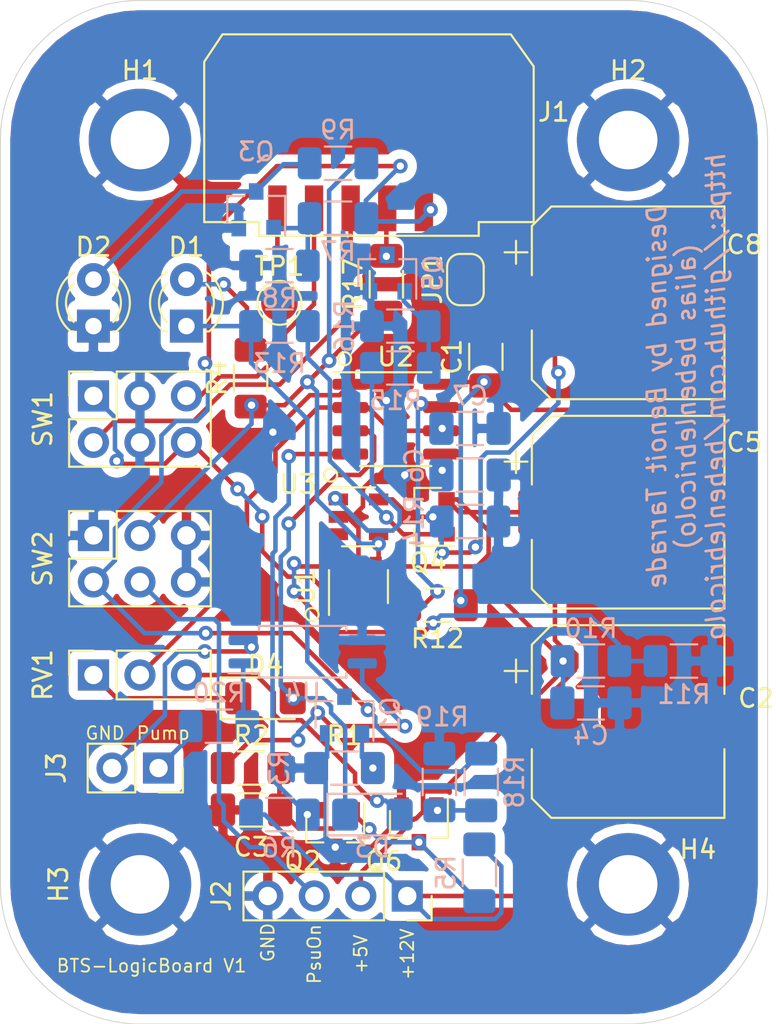
<source format=kicad_pcb>
(kicad_pcb (version 20171130) (host pcbnew 5.1.10)
  (layers (0 F.Cu signal) (31 B.Cu signal) (34 B.Paste user) (35 F.Paste user) (36 B.SilkS user) (37 F.SilkS user) (38 B.Mask user) (39 F.Mask user) (44 Edge.Cuts user))
  (net 0 "")
  (net 1 GND)
  (net 2 +12V)
  (net 3 +5V)
  (net 4 "Net-(C6-Pad1)")
  (net 5 /Threshold)
  (net 6 "Net-(D1-Pad2)")
  (net 7 "Net-(D2-Pad2)")
  (net 8 "Net-(D3-Pad2)")
  (net 9 "Net-(D3-Pad1)")
  (net 10 "Net-(D4-Pad1)")
  (net 11 /HIP_HEN)
  (net 12 /HIP_DISABLE)
  (net 13 /FAN_TRIGGER)
  (net 14 /IN+)
  (net 15 /IN-)
  (net 16 /VSense)
  (net 17 /PSU_ON)
  (net 18 "Net-(Q1-Pad1)")
  (net 19 "Net-(Q3-Pad1)")
  (net 20 "Net-(Q4-Pad1)")
  (net 21 "Net-(Q5-Pad1)")
  (net 22 /2.5V)
  (net 23 /NE-Out)
  (net 24 /Inv_Fan_trigger)
  (net 25 /COMP-Out)
  (net 26 "Net-(C8-Pad1)")
  (net 27 /PWM_Enable)
  (net 28 /PWM_Enabled_INV)
  (net 29 /Pump-On)
  (net 30 "Net-(Q2-Pad2)")
  (net 31 "Net-(Q6-Pad1)")
  (net 32 "Net-(R2-Pad2)")
  (net 33 "Net-(R20-Pad1)")
  (net 34 GND1)
  (module Package_SO:SOIC-4_4.55x2.6mm_P1.27mm (layer B.Cu) (at 128.27 101.6)
    (fp_text reference U4 (at 0 2.25) (layer B.SilkS) (effects (justify mirror)))
    (fp_text value TLP291)
    (pad 4 smd roundrect (at 3.25 0.635) (size 1.6 0.55) (layers B.Cu B.Paste B.Mask) (net 32 "Net-(R2-Pad2)"))
    (pad 3 smd roundrect (at 3.25 -0.635) (size 1.6 0.55) (layers B.Cu B.Paste B.Mask) (net 1 GND))
    (pad 2 smd roundrect (at -3.25 -0.635) (size 1.6 0.55) (layers B.Cu B.Paste B.Mask) (net 34 GND1))
    (pad 1 smd roundrect (at -3.25 0.635) (size 1.6 0.55) (layers B.Cu B.Paste B.Mask) (net 33 "Net-(R20-Pad1)"))
  )
  (module Resistor_SMD:R_1206_3216Metric_Pad1.30x1.75mm_HandSolder (layer B.Cu) (at 123.698 105.664 180)
    (fp_text reference R20 (at 0 1.82) (layer B.SilkS) (effects (justify mirror)))
    (fp_text value 1k)
    (pad 2 smd roundrect (at 1.55 0 180) (size 1.3 1.75) (layers B.Cu B.Paste B.Mask) (roundrect_rratio 0.192308) (net 29 /Pump-On))
    (pad 1 smd roundrect (at -1.55 0 180) (size 1.3 1.75) (layers B.Cu B.Paste B.Mask) (roundrect_rratio 0.192308) (net 33 "Net-(R20-Pad1)"))
  )
  (module Resistor_SMD:R_1206_3216Metric_Pad1.30x1.75mm_HandSolder (layer B.Cu) (at 135.7376 108.712 270)
    (fp_text reference R19 (at -3.556 -0.1524) (layer B.SilkS) (effects (justify mirror)))
    (fp_text value 56k)
    (pad 2 smd roundrect (at 1.55 0 270) (size 1.3 1.75) (layers B.Cu B.Paste B.Mask) (roundrect_rratio 0.1923069230769231) (net 31 "Net-(Q6-Pad1)"))
    (pad 1 smd roundrect (at -1.55 0 270) (size 1.3 1.75) (layers B.Cu B.Paste B.Mask) (roundrect_rratio 0.1923069230769231) (net 1 GND))
  )
  (module Resistor_SMD:R_1206_3216Metric_Pad1.30x1.75mm_HandSolder (layer B.Cu) (at 138.0236 108.712 90)
    (fp_text reference R18 (at 0 1.82 90) (layer B.SilkS) (effects (justify mirror)))
    (fp_text value 1k)
    (pad 2 smd roundrect (at 1.55 0 90) (size 1.3 1.75) (layers B.Cu B.Paste B.Mask) (roundrect_rratio 0.1923069230769231) (net 12 /HIP_DISABLE))
    (pad 1 smd roundrect (at -1.55 0 90) (size 1.3 1.75) (layers B.Cu B.Paste B.Mask) (roundrect_rratio 0.1923069230769231) (net 31 "Net-(Q6-Pad1)"))
  )
  (module Package_TO_SOT_SMD:SOT-23 (layer F.Cu) (at 134.62 110.998 270)
    (fp_text reference Q6 (at 2.032 1.905 180) (layer F.SilkS))
    (fp_text value BC817)
    (pad 3 smd rect (at 1 0 270) (size 0.9 0.8) (layers F.Cu F.Paste F.Mask) (net 27 /PWM_Enable))
    (pad 2 smd rect (at -1 0.95 270) (size 0.9 0.8) (layers F.Cu F.Paste F.Mask) (net 1 GND))
    (pad 1 smd rect (at -1 -0.95 270) (size 0.9 0.8) (layers F.Cu F.Paste F.Mask) (net 31 "Net-(Q6-Pad1)"))
  )
  (module Capacitor_SMD:CP_Elec_10x10 (layer F.Cu) (at 146.05 82.55)
    (fp_text reference C8 (at 6.35 -3.175) (layer F.SilkS))
    (fp_text value 470uF)
    (pad 2 smd roundrect (at 4 0) (size 4 2.5) (layers F.Cu F.Paste F.Mask) (roundrect_rratio 0.1) (net 1 GND))
    (pad 1 smd roundrect (at -4 0) (size 4 2.5) (layers F.Cu F.Paste F.Mask) (roundrect_rratio 0.1) (net 26 "Net-(C8-Pad1)"))
  )
  (module MountingHole:MountingHole_3.2mm_M3_DIN965_Pad_TopBottom (layer F.Cu) (at 146.05 114.3)
    (fp_text reference H4 (at 3.81 -1.905) (layer F.SilkS))
    (fp_text value MountingHole_Pad)
    (pad 1 connect circle (at 0 0) (size 5.6 5.6) (layers B.Cu B.Mask) (net 1 GND))
    (pad 1 connect circle (at 0 0) (size 5.6 5.6) (layers F.Cu F.Mask) (net 1 GND))
    (pad 1 thru_hole circle (at 0 0) (size 3.6 3.6) (drill 3.2) (layers *.Cu *.Mask) (net 1 GND))
  )
  (module MountingHole:MountingHole_3.2mm_M3_DIN965_Pad_TopBottom (layer F.Cu) (at 119.38 114.3)
    (fp_text reference H3 (at -4.445 0 90) (layer F.SilkS))
    (fp_text value MountingHole_Pad)
    (pad 1 connect circle (at 0 0) (size 5.6 5.6) (layers B.Cu B.Mask) (net 1 GND))
    (pad 1 connect circle (at 0 0) (size 5.6 5.6) (layers F.Cu F.Mask) (net 1 GND))
    (pad 1 thru_hole circle (at 0 0) (size 3.6 3.6) (drill 3.2) (layers *.Cu *.Mask) (net 1 GND))
  )
  (module MountingHole:MountingHole_3.2mm_M3_DIN965_Pad_TopBottom (layer F.Cu) (at 146.05 73.66)
    (fp_text reference H2 (at 0 -3.8) (layer F.SilkS))
    (fp_text value MountingHole_Pad)
    (pad 1 connect circle (at 0 0) (size 5.6 5.6) (layers B.Cu B.Mask) (net 1 GND))
    (pad 1 connect circle (at 0 0) (size 5.6 5.6) (layers F.Cu F.Mask) (net 1 GND))
    (pad 1 thru_hole circle (at 0 0) (size 3.6 3.6) (drill 3.2) (layers *.Cu *.Mask) (net 1 GND))
  )
  (module MountingHole:MountingHole_3.2mm_M3_DIN965_Pad_TopBottom (layer F.Cu) (at 119.38 73.66)
    (fp_text reference H1 (at 0 -3.8) (layer F.SilkS))
    (fp_text value MountingHole_Pad)
    (pad 1 connect circle (at 0 0) (size 5.6 5.6) (layers B.Cu B.Mask) (net 1 GND))
    (pad 1 connect circle (at 0 0) (size 5.6 5.6) (layers F.Cu F.Mask) (net 1 GND))
    (pad 1 thru_hole circle (at 0 0) (size 3.6 3.6) (drill 3.2) (layers *.Cu *.Mask) (net 1 GND))
  )
  (module Package_TO_SOT_SMD:SOT-23-5 (layer F.Cu) (at 131.318 94.234)
    (fp_text reference U3 (at -3.302 -1.778) (layer F.SilkS))
    (fp_text value NCS2252SN2T1G)
    (pad 5 smd rect (at 1.1 -0.95) (size 1.06 0.65) (layers F.Cu F.Paste F.Mask) (net 26 "Net-(C8-Pad1)"))
    (pad 4 smd rect (at 1.1 0.95) (size 1.06 0.65) (layers F.Cu F.Paste F.Mask) (net 3 +5V))
    (pad 3 smd rect (at -1.1 0.95) (size 1.06 0.65) (layers F.Cu F.Paste F.Mask) (net 22 /2.5V))
    (pad 2 smd rect (at -1.1 0) (size 1.06 0.65) (layers F.Cu F.Paste F.Mask) (net 1 GND))
    (pad 1 smd rect (at -1.1 -0.95) (size 1.06 0.65) (layers F.Cu F.Paste F.Mask) (net 24 /Inv_Fan_trigger))
  )
  (module Package_SO:SOIC-8_3.9x4.9mm_P1.27mm (layer F.Cu) (at 133.35 88.9)
    (fp_text reference U2 (at 0 -3.4) (layer F.SilkS))
    (fp_text value NE555D)
    (pad 8 smd roundrect (at 2.475 -1.905) (size 1.95 0.6) (layers F.Cu F.Paste F.Mask) (net 2 +12V))
    (pad 7 smd roundrect (at 2.475 -0.635) (size 1.95 0.6) (layers F.Cu F.Paste F.Mask) (net 23 /NE-Out))
    (pad 6 smd roundrect (at 2.475 0.635) (size 1.95 0.6) (layers F.Cu F.Paste F.Mask) (net 5 /Threshold))
    (pad 5 smd roundrect (at 2.475 1.905) (size 1.95 0.6) (layers F.Cu F.Paste F.Mask) (net 4 "Net-(C6-Pad1)"))
    (pad 4 smd roundrect (at -2.475 1.905) (size 1.95 0.6) (layers F.Cu F.Paste F.Mask) (net 30 "Net-(Q2-Pad2)"))
    (pad 3 smd roundrect (at -2.475 0.635) (size 1.95 0.6) (layers F.Cu F.Paste F.Mask) (net 9 "Net-(D3-Pad1)"))
    (pad 2 smd roundrect (at -2.475 -0.635) (size 1.95 0.6) (layers F.Cu F.Paste F.Mask) (net 5 /Threshold))
    (pad 1 smd roundrect (at -2.475 -1.905) (size 1.95 0.6) (layers F.Cu F.Paste F.Mask) (net 1 GND))
  )
  (module Package_TO_SOT_SMD:SOT-23-5 (layer F.Cu) (at 131.318 98.044 90)
    (fp_text reference U1 (at 0 -2.9 90) (layer F.SilkS))
    (fp_text value NCS2252SN2T1G)
    (pad 5 smd rect (at 1.1 -0.95 90) (size 1.06 0.65) (layers F.Cu F.Paste F.Mask) (net 22 /2.5V))
    (pad 4 smd rect (at 1.1 0.95 90) (size 1.06 0.65) (layers F.Cu F.Paste F.Mask) (net 3 +5V))
    (pad 3 smd rect (at -1.1 0.95 90) (size 1.06 0.65) (layers F.Cu F.Paste F.Mask) (net 23 /NE-Out))
    (pad 2 smd rect (at -1.1 0 90) (size 1.06 0.65) (layers F.Cu F.Paste F.Mask) (net 1 GND))
    (pad 1 smd rect (at -1.1 -0.95 90) (size 1.06 0.65) (layers F.Cu F.Paste F.Mask) (net 25 /COMP-Out))
  )
  (module TestPoint:TestPoint_Pad_D2.0mm (layer F.Cu) (at 127 82.55)
    (fp_text reference TP1 (at 0 -1.998) (layer F.SilkS))
    (fp_text value TestPoint)
    (pad 1 smd circle (at 0 0) (size 2 2) (layers F.Cu F.Mask) (net 16 /VSense))
  )
  (module Connector_PinSocket_2.54mm:PinSocket_2x03_P2.54mm_Vertical (layer F.Cu) (at 116.84 95.25 90)
    (fp_text reference SW2 (at -1.27 -2.77 90) (layer F.SilkS))
    (fp_text value SW_DPDT_x2)
    (pad 6 thru_hole oval (at -2.54 5.08 90) (size 1.7 1.7) (drill 1) (layers *.Cu *.Mask) (net 1 GND))
    (pad 5 thru_hole oval (at 0 5.08 90) (size 1.7 1.7) (drill 1) (layers *.Cu *.Mask) (net 1 GND))
    (pad 4 thru_hole oval (at -2.54 2.54 90) (size 1.7 1.7) (drill 1) (layers *.Cu *.Mask) (net 17 /PSU_ON))
    (pad 3 thru_hole oval (at 0 2.54 90) (size 1.7 1.7) (drill 1) (layers *.Cu *.Mask) (net 3 +5V))
    (pad 2 thru_hole oval (at -2.54 0 90) (size 1.7 1.7) (drill 1) (layers *.Cu *.Mask) (net 12 /HIP_DISABLE))
    (pad 1 thru_hole rect (at 0 0 90) (size 1.7 1.7) (drill 1) (layers *.Cu *.Mask) (net 1 GND))
  )
  (module Connector_PinSocket_2.54mm:PinSocket_2x03_P2.54mm_Vertical (layer F.Cu) (at 116.84 87.63 90)
    (fp_text reference SW1 (at -1.27 -2.77 90) (layer F.SilkS))
    (fp_text value SW_DPDT_x2)
    (pad 6 thru_hole oval (at -2.54 5.08 90) (size 1.7 1.7) (drill 1) (layers *.Cu *.Mask) (net 25 /COMP-Out))
    (pad 5 thru_hole oval (at 0 5.08 90) (size 1.7 1.7) (drill 1) (layers *.Cu *.Mask) (net 15 /IN-))
    (pad 4 thru_hole oval (at -2.54 2.54 90) (size 1.7 1.7) (drill 1) (layers *.Cu *.Mask) (net 1 GND))
    (pad 3 thru_hole oval (at 0 2.54 90) (size 1.7 1.7) (drill 1) (layers *.Cu *.Mask) (net 1 GND))
    (pad 2 thru_hole oval (at -2.54 0 90) (size 1.7 1.7) (drill 1) (layers *.Cu *.Mask) (net 14 /IN+))
    (pad 1 thru_hole rect (at 0 0 90) (size 1.7 1.7) (drill 1) (layers *.Cu *.Mask) (net 25 /COMP-Out))
  )
  (module Connector_PinSocket_2.54mm:PinSocket_1x03_P2.54mm_Vertical (layer F.Cu) (at 116.84 102.87 90)
    (fp_text reference RV1 (at 0 -2.77 90) (layer F.SilkS))
    (fp_text value R_POT)
    (pad 3 thru_hole oval (at 0 5.08 90) (size 1.7 1.7) (drill 1) (layers *.Cu *.Mask) (net 8 "Net-(D3-Pad2)"))
    (pad 2 thru_hole oval (at 0 2.54 90) (size 1.7 1.7) (drill 1) (layers *.Cu *.Mask) (net 5 /Threshold))
    (pad 1 thru_hole rect (at 0 0 90) (size 1.7 1.7) (drill 1) (layers *.Cu *.Mask) (net 10 "Net-(D4-Pad1)"))
  )
  (module Resistor_SMD:R_1206_3216Metric_Pad1.30x1.75mm_HandSolder (layer F.Cu) (at 132.842 81.534 90)
    (fp_text reference R17 (at 0 -1.82 270) (layer F.SilkS))
    (fp_text value 1k)
    (pad 2 smd roundrect (at 1.55 0 90) (size 1.3 1.75) (layers F.Cu F.Paste F.Mask) (roundrect_rratio 0.1923069230769231) (net 13 /FAN_TRIGGER))
    (pad 1 smd roundrect (at -1.55 0 90) (size 1.3 1.75) (layers F.Cu F.Paste F.Mask) (roundrect_rratio 0.1923069230769231) (net 3 +5V))
  )
  (module Resistor_SMD:R_1206_3216Metric_Pad1.30x1.75mm_HandSolder (layer B.Cu) (at 133.604 83.82)
    (fp_text reference R16 (at -3.048 0 90) (layer B.SilkS) (effects (justify mirror)))
    (fp_text value 56k)
    (pad 2 smd roundrect (at 1.55 0) (size 1.3 1.75) (layers B.Cu B.Paste B.Mask) (roundrect_rratio 0.1923069230769231) (net 21 "Net-(Q5-Pad1)"))
    (pad 1 smd roundrect (at -1.55 0) (size 1.3 1.75) (layers B.Cu B.Paste B.Mask) (roundrect_rratio 0.1923069230769231) (net 1 GND))
  )
  (module Resistor_SMD:R_1206_3216Metric_Pad1.30x1.75mm_HandSolder (layer B.Cu) (at 133.604 86.106 180)
    (fp_text reference R15 (at 0.254 -1.778) (layer B.SilkS) (effects (justify mirror)))
    (fp_text value 1k)
    (pad 2 smd roundrect (at 1.55 0 180) (size 1.3 1.75) (layers B.Cu B.Paste B.Mask) (roundrect_rratio 0.1923069230769231) (net 24 /Inv_Fan_trigger))
    (pad 1 smd roundrect (at -1.55 0 180) (size 1.3 1.75) (layers B.Cu B.Paste B.Mask) (roundrect_rratio 0.1923069230769231) (net 21 "Net-(Q5-Pad1)"))
  )
  (module Resistor_SMD:R_1206_3216Metric_Pad1.30x1.75mm_HandSolder (layer B.Cu) (at 137.414 94.488 180)
    (fp_text reference R14 (at 3.048 0 90) (layer B.SilkS) (effects (justify mirror)))
    (fp_text value 390k)
    (pad 2 smd roundrect (at 1.55 0 180) (size 1.3 1.75) (layers B.Cu B.Paste B.Mask) (roundrect_rratio 0.1923069230769231) (net 26 "Net-(C8-Pad1)"))
    (pad 1 smd roundrect (at -1.55 0 180) (size 1.3 1.75) (layers B.Cu B.Paste B.Mask) (roundrect_rratio 0.1923069230769231) (net 1 GND))
  )
  (module Resistor_SMD:R_1206_3216Metric_Pad1.30x1.75mm_HandSolder (layer B.Cu) (at 127 83.82 180)
    (fp_text reference R13 (at 0 -2.032) (layer B.SilkS) (effects (justify mirror)))
    (fp_text value 1k)
    (pad 2 smd roundrect (at 1.55 0 180) (size 1.3 1.75) (layers B.Cu B.Paste B.Mask) (roundrect_rratio 0.1923069230769231) (net 28 /PWM_Enabled_INV))
    (pad 1 smd roundrect (at -1.55 0 180) (size 1.3 1.75) (layers B.Cu B.Paste B.Mask) (roundrect_rratio 0.1923069230769231) (net 20 "Net-(Q4-Pad1)"))
  )
  (module Resistor_SMD:R_1206_3216Metric_Pad1.30x1.75mm_HandSolder (layer F.Cu) (at 135.636 99.06 180)
    (fp_text reference R12 (at 0 -1.82) (layer F.SilkS))
    (fp_text value 1k)
    (pad 2 smd roundrect (at 1.55 0 180) (size 1.3 1.75) (layers F.Cu F.Paste F.Mask) (roundrect_rratio 0.1923069230769231) (net 23 /NE-Out))
    (pad 1 smd roundrect (at -1.55 0 180) (size 1.3 1.75) (layers F.Cu F.Paste F.Mask) (roundrect_rratio 0.1923069230769231) (net 2 +12V))
  )
  (module Resistor_SMD:R_1206_3216Metric_Pad1.30x1.75mm_HandSolder (layer B.Cu) (at 149.098 102.108)
    (fp_text reference R11 (at 0 1.82) (layer B.SilkS) (effects (justify mirror)))
    (fp_text value 10k)
    (pad 2 smd roundrect (at 1.55 0) (size 1.3 1.75) (layers B.Cu B.Paste B.Mask) (roundrect_rratio 0.1923069230769231) (net 1 GND))
    (pad 1 smd roundrect (at -1.55 0) (size 1.3 1.75) (layers B.Cu B.Paste B.Mask) (roundrect_rratio 0.1923069230769231) (net 22 /2.5V))
  )
  (module Resistor_SMD:R_1206_3216Metric_Pad1.30x1.75mm_HandSolder (layer B.Cu) (at 144.018 102.108)
    (fp_text reference R10 (at 0 -1.778) (layer B.SilkS) (effects (justify mirror)))
    (fp_text value 10k)
    (pad 2 smd roundrect (at 1.55 0) (size 1.3 1.75) (layers B.Cu B.Paste B.Mask) (roundrect_rratio 0.1923069230769231) (net 22 /2.5V))
    (pad 1 smd roundrect (at -1.55 0) (size 1.3 1.75) (layers B.Cu B.Paste B.Mask) (roundrect_rratio 0.1923069230769231) (net 3 +5V))
  )
  (module Resistor_SMD:R_1206_3216Metric_Pad1.30x1.75mm_HandSolder (layer B.Cu) (at 130.2004 74.93 180)
    (fp_text reference R9 (at 0 1.82) (layer B.SilkS) (effects (justify mirror)))
    (fp_text value 470)
    (pad 2 smd roundrect (at 1.55 0 180) (size 1.3 1.75) (layers B.Cu B.Paste B.Mask) (roundrect_rratio 0.1923069230769231) (net 7 "Net-(D2-Pad2)"))
    (pad 1 smd roundrect (at -1.55 0 180) (size 1.3 1.75) (layers B.Cu B.Paste B.Mask) (roundrect_rratio 0.1923069230769231) (net 3 +5V))
  )
  (module Resistor_SMD:R_1206_3216Metric_Pad1.30x1.75mm_HandSolder (layer B.Cu) (at 127 80.518)
    (fp_text reference R8 (at 0 1.778) (layer B.SilkS) (effects (justify mirror)))
    (fp_text value 56k)
    (pad 2 smd roundrect (at 1.55 0) (size 1.3 1.75) (layers B.Cu B.Paste B.Mask) (roundrect_rratio 0.1923069230769231) (net 19 "Net-(Q3-Pad1)"))
    (pad 1 smd roundrect (at -1.55 0) (size 1.3 1.75) (layers B.Cu B.Paste B.Mask) (roundrect_rratio 0.1923069230769231) (net 1 GND))
  )
  (module Resistor_SMD:R_1206_3216Metric_Pad1.30x1.75mm_HandSolder (layer B.Cu) (at 130.2004 77.9272)
    (fp_text reference R7 (at 0 1.82) (layer B.SilkS) (effects (justify mirror)))
    (fp_text value 1k)
    (pad 2 smd roundrect (at 1.55 0) (size 1.3 1.75) (layers B.Cu B.Paste B.Mask) (roundrect_rratio 0.1923069230769231) (net 12 /HIP_DISABLE))
    (pad 1 smd roundrect (at -1.55 0) (size 1.3 1.75) (layers B.Cu B.Paste B.Mask) (roundrect_rratio 0.1923069230769231) (net 19 "Net-(Q3-Pad1)"))
  )
  (module Resistor_SMD:R_1206_3216Metric_Pad1.30x1.75mm_HandSolder (layer B.Cu) (at 127 110.49)
    (fp_text reference R6 (at 0 1.82) (layer B.SilkS) (effects (justify mirror)))
    (fp_text value 1k)
    (pad 2 smd roundrect (at 1.55 0) (size 1.3 1.75) (layers B.Cu B.Paste B.Mask) (roundrect_rratio 0.1923069230769231) (net 30 "Net-(Q2-Pad2)"))
    (pad 1 smd roundrect (at -1.55 0) (size 1.3 1.75) (layers B.Cu B.Paste B.Mask) (roundrect_rratio 0.1923069230769231) (net 2 +12V))
  )
  (module Resistor_SMD:R_1206_3216Metric_Pad1.30x1.75mm_HandSolder (layer B.Cu) (at 137.922 113.665 270)
    (fp_text reference R5 (at 0 1.82 90) (layer B.SilkS) (effects (justify mirror)))
    (fp_text value 56k)
    (pad 2 smd roundrect (at 1.55 0 270) (size 1.3 1.75) (layers B.Cu B.Paste B.Mask) (roundrect_rratio 0.1923069230769231) (net 27 /PWM_Enable))
    (pad 1 smd roundrect (at -1.55 0 270) (size 1.3 1.75) (layers B.Cu B.Paste B.Mask) (roundrect_rratio 0.1923069230769231) (net 2 +12V))
  )
  (module Resistor_SMD:R_1206_3216Metric_Pad1.30x1.75mm_HandSolder (layer F.Cu) (at 125.4252 86.6648 90)
    (fp_text reference R4 (at 0 -1.82 270) (layer F.SilkS))
    (fp_text value 470)
    (pad 2 smd roundrect (at 1.55 0 90) (size 1.3 1.75) (layers F.Cu F.Paste F.Mask) (roundrect_rratio 0.1923069230769231) (net 6 "Net-(D1-Pad2)"))
    (pad 1 smd roundrect (at -1.55 0 90) (size 1.3 1.75) (layers F.Cu F.Paste F.Mask) (roundrect_rratio 0.1923069230769231) (net 3 +5V))
  )
  (module Resistor_SMD:R_1206_3216Metric_Pad1.30x1.75mm_HandSolder (layer B.Cu) (at 130.556 107.95)
    (fp_text reference R3 (at -3.556 0 90) (layer B.SilkS) (effects (justify mirror)))
    (fp_text value 56k)
    (pad 2 smd roundrect (at 1.55 0) (size 1.3 1.75) (layers B.Cu B.Paste B.Mask) (roundrect_rratio 0.1923069230769231) (net 18 "Net-(Q1-Pad1)"))
    (pad 1 smd roundrect (at -1.55 0) (size 1.3 1.75) (layers B.Cu B.Paste B.Mask) (roundrect_rratio 0.1923069230769231) (net 1 GND))
  )
  (module Resistor_SMD:R_1206_3216Metric_Pad1.30x1.75mm_HandSolder (layer F.Cu) (at 125.45 107.95 180)
    (fp_text reference R2 (at -0.026 1.778) (layer F.SilkS))
    (fp_text value 1k)
    (pad 2 smd roundrect (at 1.55 0 180) (size 1.3 1.75) (layers F.Cu F.Paste F.Mask) (roundrect_rratio 0.1923069230769231) (net 32 "Net-(R2-Pad2)"))
    (pad 1 smd roundrect (at -1.55 0 180) (size 1.3 1.75) (layers F.Cu F.Paste F.Mask) (roundrect_rratio 0.1923069230769231) (net 27 /PWM_Enable))
  )
  (module Resistor_SMD:R_1206_3216Metric_Pad1.30x1.75mm_HandSolder (layer F.Cu) (at 130.556 107.95 180)
    (fp_text reference R1 (at 0 1.778) (layer F.SilkS))
    (fp_text value 1k)
    (pad 2 smd roundrect (at 1.55 0 180) (size 1.3 1.75) (layers F.Cu F.Paste F.Mask) (roundrect_rratio 0.1923069230769231) (net 27 /PWM_Enable))
    (pad 1 smd roundrect (at -1.55 0 180) (size 1.3 1.75) (layers F.Cu F.Paste F.Mask) (roundrect_rratio 0.1923069230769231) (net 18 "Net-(Q1-Pad1)"))
  )
  (module Package_TO_SOT_SMD:SOT-23 (layer B.Cu) (at 132.8928 80.9244 90)
    (fp_text reference Q5 (at 0 2.5 90) (layer B.SilkS) (effects (justify mirror)))
    (fp_text value BC817)
    (pad 3 smd rect (at 1 0 90) (size 0.9 0.8) (layers B.Cu B.Paste B.Mask) (net 13 /FAN_TRIGGER))
    (pad 2 smd rect (at -1 -0.95 90) (size 0.9 0.8) (layers B.Cu B.Paste B.Mask) (net 1 GND))
    (pad 1 smd rect (at -1 0.95 90) (size 0.9 0.8) (layers B.Cu B.Paste B.Mask) (net 21 "Net-(Q5-Pad1)"))
  )
  (module Package_TO_SOT_SMD:SOT-23 (layer F.Cu) (at 135.128 94.234 180)
    (fp_text reference Q4 (at 0 -2.5) (layer F.SilkS))
    (fp_text value BC807)
    (pad 3 smd rect (at 1 0 180) (size 0.9 0.8) (layers F.Cu F.Paste F.Mask) (net 26 "Net-(C8-Pad1)"))
    (pad 2 smd rect (at -1 0.95 180) (size 0.9 0.8) (layers F.Cu F.Paste F.Mask) (net 3 +5V))
    (pad 1 smd rect (at -1 -0.95 180) (size 0.9 0.8) (layers F.Cu F.Paste F.Mask) (net 20 "Net-(Q4-Pad1)"))
  )
  (module Package_TO_SOT_SMD:SOT-23 (layer B.Cu) (at 125.73 77.47 90)
    (fp_text reference Q3 (at 3.175 0 180) (layer B.SilkS) (effects (justify mirror)))
    (fp_text value BC817)
    (pad 3 smd rect (at 1 0 90) (size 0.9 0.8) (layers B.Cu B.Paste B.Mask) (net 7 "Net-(D2-Pad2)"))
    (pad 2 smd rect (at -1 -0.95 90) (size 0.9 0.8) (layers B.Cu B.Paste B.Mask) (net 1 GND))
    (pad 1 smd rect (at -1 0.95 90) (size 0.9 0.8) (layers B.Cu B.Paste B.Mask) (net 19 "Net-(Q3-Pad1)"))
  )
  (module Package_TO_SOT_SMD:SOT-23 (layer F.Cu) (at 130.048 111.252 270)
    (fp_text reference Q2 (at 1.778 1.778 180) (layer F.SilkS))
    (fp_text value BC807)
    (pad 3 smd rect (at 1 0 270) (size 0.9 0.8) (layers F.Cu F.Paste F.Mask) (net 1 GND))
    (pad 2 smd rect (at -1 0.95 270) (size 0.9 0.8) (layers F.Cu F.Paste F.Mask) (net 30 "Net-(Q2-Pad2)"))
    (pad 1 smd rect (at -1 -0.95 270) (size 0.9 0.8) (layers F.Cu F.Paste F.Mask) (net 27 /PWM_Enable))
  )
  (module Package_TO_SOT_SMD:SOT-23 (layer B.Cu) (at 130.556 105.0544 90)
    (fp_text reference Q1 (at 0 2.5 90) (layer B.SilkS) (effects (justify mirror)))
    (fp_text value BC817)
    (pad 3 smd rect (at 1 0 90) (size 0.9 0.8) (layers B.Cu B.Paste B.Mask) (net 28 /PWM_Enabled_INV))
    (pad 2 smd rect (at -1 -0.95 90) (size 0.9 0.8) (layers B.Cu B.Paste B.Mask) (net 1 GND))
    (pad 1 smd rect (at -1 0.95 90) (size 0.9 0.8) (layers B.Cu B.Paste B.Mask) (net 18 "Net-(Q1-Pad1)"))
  )
  (module Jumper:SolderJumper-2_P1.3mm_Open_RoundedPad1.0x1.5mm (layer F.Cu) (at 137.16 81.28 90)
    (fp_text reference JP1 (at 0 -1.8 90) (layer F.SilkS))
    (fp_text value SolderJumper_2_Open)
    (pad 2 smd custom (at 0.65 0 90) (size 1 0.5) (layers F.Cu F.Mask) (net 11 /HIP_HEN) (options (clearance outline) (anchor rect)) (primitives (gr_circle (center 0 0.25) (end 0.5 0.25) (width 0)) (gr_circle (center 0 -0.25) (end 0.5 -0.25) (width 0)) (gr_poly (pts (xy 0 -0.75) (xy -0.5 -0.75) (xy -0.5 0.75) (xy 0 0.75)) (width 0))))
    (pad 1 smd custom (at -0.65 0 90) (size 1 0.5) (layers F.Cu F.Mask) (net 1 GND) (options (clearance outline) (anchor rect)) (primitives (gr_circle (center 0 0.25) (end 0.5 0.25) (width 0)) (gr_circle (center 0 -0.25) (end 0.5 -0.25) (width 0)) (gr_poly (pts (xy 0 -0.75) (xy 0.5 -0.75) (xy 0.5 0.75) (xy 0 0.75)) (width 0))))
  )
  (module Connector_PinSocket_2.54mm:PinSocket_1x02_P2.54mm_Vertical (layer F.Cu) (at 120.396 107.95 270)
    (fp_text reference J3 (at 0 5.588 90) (layer F.SilkS))
    (fp_text value Conn_01x02)
    (pad 2 thru_hole oval (at 0 2.54 270) (size 1.7 1.7) (drill 1) (layers *.Cu *.Mask) (net 34 GND1))
    (pad 1 thru_hole rect (at 0 0 270) (size 1.7 1.7) (drill 1) (layers *.Cu *.Mask) (net 29 /Pump-On))
  )
  (module Connector_PinSocket_2.54mm:PinSocket_1x04_P2.54mm_Vertical (layer F.Cu) (at 133.985 114.935 270)
    (fp_text reference J2 (at 0 10.16 90) (layer F.SilkS))
    (fp_text value Conn_01x04)
    (pad 4 thru_hole oval (at 0 7.62 270) (size 1.7 1.7) (drill 1) (layers *.Cu *.Mask) (net 1 GND))
    (pad 3 thru_hole oval (at 0 5.08 270) (size 1.7 1.7) (drill 1) (layers *.Cu *.Mask) (net 17 /PSU_ON))
    (pad 2 thru_hole oval (at 0 2.54 270) (size 1.7 1.7) (drill 1) (layers *.Cu *.Mask) (net 3 +5V))
    (pad 1 thru_hole rect (at 0 0 270) (size 1.7 1.7) (drill 1) (layers *.Cu *.Mask) (net 2 +12V))
  )
  (module BTS-LogicBoard:Molex_MicroLock_1.25_01x06 (layer F.Cu) (at 135.89 72.39 180)
    (fp_text reference J1 (at -6.096 0.254) (layer F.SilkS))
    (fp_text value Conn_01x06)
    (fp_poly (pts (xy 12.5 1) (xy 10.5 1) (xy 10.5 -3) (xy 12.5 -3)) (layer F.Cu) (width 0.1))
    (fp_poly (pts (xy -2.5 1) (xy -4.5 1) (xy -4.5 -3) (xy -2.5 -3)) (layer F.Cu) (width 0.1))
    (pad 7 smd rect (at 11.5 -1 180) (size 1.75 3.45) (layers F.Cu F.Paste F.Mask))
    (pad 7 smd rect (at -3.5 -1 180) (size 1.75 3.45) (layers F.Cu F.Paste F.Mask))
    (pad 1 smd rect (at -1 -5 180) (size 1 2.5) (layers F.Cu F.Paste F.Mask) (net 11 /HIP_HEN))
    (pad 2 smd rect (at 1 -5 180) (size 1 2.5) (layers F.Cu F.Paste F.Mask) (net 12 /HIP_DISABLE))
    (pad 3 smd rect (at 3 -5 180) (size 1 2.5) (layers F.Cu F.Paste F.Mask) (net 13 /FAN_TRIGGER))
    (pad 4 smd rect (at 5 -5 180) (size 1 2.5) (layers F.Cu F.Paste F.Mask) (net 14 /IN+))
    (pad 5 smd rect (at 7 -5 180) (size 1 2.5) (layers F.Cu F.Paste F.Mask) (net 15 /IN-))
    (pad 6 smd rect (at 9 -5 180) (size 1 2.5) (layers F.Cu F.Paste F.Mask) (net 16 /VSense))
  )
  (module Diode_SMD:D_1206_3216Metric_Pad1.42x1.75mm_HandSolder (layer F.Cu) (at 126.238 104.14)
    (fp_text reference D4 (at 0 -1.82) (layer F.SilkS))
    (fp_text value 1N4148)
    (pad 2 smd roundrect (at 1.4875 0) (size 1.425 1.75) (layers F.Cu F.Paste F.Mask) (roundrect_rratio 0.1754385964912281) (net 9 "Net-(D3-Pad1)"))
    (pad 1 smd roundrect (at -1.4875 0) (size 1.425 1.75) (layers F.Cu F.Paste F.Mask) (roundrect_rratio 0.1754385964912281) (net 10 "Net-(D4-Pad1)"))
  )
  (module Diode_SMD:D_1206_3216Metric_Pad1.42x1.75mm_HandSolder (layer B.Cu) (at 132.08 110.49)
    (fp_text reference D3 (at 0 1.82) (layer B.SilkS) (effects (justify mirror)))
    (fp_text value 1N4148)
    (pad 2 smd roundrect (at 1.4875 0) (size 1.425 1.75) (layers B.Cu B.Paste B.Mask) (roundrect_rratio 0.1754385964912281) (net 8 "Net-(D3-Pad2)"))
    (pad 1 smd roundrect (at -1.4875 0) (size 1.425 1.75) (layers B.Cu B.Paste B.Mask) (roundrect_rratio 0.1754385964912281) (net 9 "Net-(D3-Pad1)"))
  )
  (module LED_THT:LED_D3.0mm (layer F.Cu) (at 116.84 83.82 90)
    (fp_text reference D2 (at 4.318 0) (layer F.SilkS))
    (fp_text value LED)
    (pad 2 thru_hole circle (at 2.54 0 90) (size 1.8 1.8) (drill 0.9) (layers *.Cu *.Mask) (net 7 "Net-(D2-Pad2)"))
    (pad 1 thru_hole rect (at 0 0 90) (size 1.8 1.8) (drill 0.9) (layers *.Cu *.Mask) (net 1 GND))
  )
  (module LED_THT:LED_D3.0mm (layer F.Cu) (at 121.92 83.82 90)
    (fp_text reference D1 (at 4.318 0 180) (layer F.SilkS))
    (fp_text value LED)
    (pad 2 thru_hole circle (at 2.54 0 90) (size 1.8 1.8) (drill 0.9) (layers *.Cu *.Mask) (net 6 "Net-(D1-Pad2)"))
    (pad 1 thru_hole rect (at 0 0 90) (size 1.8 1.8) (drill 0.9) (layers *.Cu *.Mask) (net 28 /PWM_Enabled_INV))
  )
  (module Capacitor_SMD:C_1206_3216Metric_Pad1.33x1.80mm_HandSolder (layer B.Cu) (at 137.414 89.408)
    (fp_text reference C7 (at 0 -1.778 180) (layer B.SilkS) (effects (justify mirror)))
    (fp_text value 10pF)
    (pad 2 smd roundrect (at 1.5625 0) (size 1.325 1.8) (layers B.Cu B.Paste B.Mask) (roundrect_rratio 0.1886769811320755) (net 1 GND))
    (pad 1 smd roundrect (at -1.5625 0) (size 1.325 1.8) (layers B.Cu B.Paste B.Mask) (roundrect_rratio 0.1886769811320755) (net 5 /Threshold))
  )
  (module Capacitor_SMD:C_1206_3216Metric_Pad1.33x1.80mm_HandSolder (layer B.Cu) (at 137.414 91.948)
    (fp_text reference C6 (at -3.048 -0.508 90) (layer B.SilkS) (effects (justify mirror)))
    (fp_text value 10nF)
    (pad 2 smd roundrect (at 1.5625 0) (size 1.325 1.8) (layers B.Cu B.Paste B.Mask) (roundrect_rratio 0.1886769811320755) (net 1 GND))
    (pad 1 smd roundrect (at -1.5625 0) (size 1.325 1.8) (layers B.Cu B.Paste B.Mask) (roundrect_rratio 0.1886769811320755) (net 4 "Net-(C6-Pad1)"))
  )
  (module Capacitor_SMD:CP_Elec_10x10 (layer F.Cu) (at 146.05 93.98)
    (fp_text reference C5 (at 6.35 -3.81) (layer F.SilkS))
    (fp_text value 470uF)
    (pad 2 smd roundrect (at 4 0) (size 4 2.5) (layers F.Cu F.Paste F.Mask) (roundrect_rratio 0.1) (net 1 GND))
    (pad 1 smd roundrect (at -4 0) (size 4 2.5) (layers F.Cu F.Paste F.Mask) (roundrect_rratio 0.1) (net 3 +5V))
  )
  (module Capacitor_SMD:C_1206_3216Metric_Pad1.33x1.80mm_HandSolder (layer B.Cu) (at 144.018 104.394)
    (fp_text reference C4 (at 0 1.778) (layer B.SilkS) (effects (justify mirror)))
    (fp_text value 1uF)
    (pad 2 smd roundrect (at 1.5625 0) (size 1.325 1.8) (layers B.Cu B.Paste B.Mask) (roundrect_rratio 0.1886769811320755) (net 1 GND))
    (pad 1 smd roundrect (at -1.5625 0) (size 1.325 1.8) (layers B.Cu B.Paste B.Mask) (roundrect_rratio 0.1886769811320755) (net 3 +5V))
  )
  (module Capacitor_SMD:C_1206_3216Metric_Pad1.33x1.80mm_HandSolder (layer F.Cu) (at 125.476 110.236)
    (fp_text reference C3 (at 0 2.032) (layer F.SilkS))
    (fp_text value 100nF)
    (pad 2 smd roundrect (at 1.5625 0) (size 1.325 1.8) (layers F.Cu F.Paste F.Mask) (roundrect_rratio 0.1886769811320755) (net 27 /PWM_Enable))
    (pad 1 smd roundrect (at -1.5625 0) (size 1.325 1.8) (layers F.Cu F.Paste F.Mask) (roundrect_rratio 0.1886769811320755) (net 1 GND))
  )
  (module Capacitor_SMD:CP_Elec_10x10 (layer F.Cu) (at 146.05 105.41)
    (fp_text reference C2 (at 6.985 -1.27) (layer F.SilkS))
    (fp_text value 470uF)
    (pad 2 smd roundrect (at 4 0) (size 4 2.5) (layers F.Cu F.Paste F.Mask) (roundrect_rratio 0.1) (net 1 GND))
    (pad 1 smd roundrect (at -4 0) (size 4 2.5) (layers F.Cu F.Paste F.Mask) (roundrect_rratio 0.1) (net 2 +12V))
  )
  (module Capacitor_SMD:C_1206_3216Metric_Pad1.33x1.80mm_HandSolder (layer F.Cu) (at 138.2776 85.4964 90)
    (fp_text reference C1 (at 0 -1.85 90) (layer F.SilkS))
    (fp_text value 1uF)
    (pad 2 smd roundrect (at 1.5625 0 90) (size 1.325 1.8) (layers F.Cu F.Paste F.Mask) (roundrect_rratio 0.1886769811320755) (net 1 GND))
    (pad 1 smd roundrect (at -1.5625 0 90) (size 1.325 1.8) (layers F.Cu F.Paste F.Mask) (roundrect_rratio 0.1886769811320755) (net 2 +12V))
  )
  (gr_text "BTS-LogicBoard V1" (at 120.015 118.745) (layer F.SilkS) (effects (font (size 0.7 0.7) (thickness 0.1))))
  (gr_text GND (at 117.475 106.045) (layer F.SilkS) (effects (font (size 0.7 0.7) (thickness 0.1))))
  (gr_text Pump (at 120.65 106.045) (layer F.SilkS) (effects (font (size 0.7 0.7) (thickness 0.1))))
  (gr_text +12V (at 133.985 118.11 90) (layer F.SilkS) (effects (font (size 0.7 0.7) (thickness 0.1))))
  (gr_text +5V (at 131.445 118.11 90) (layer F.SilkS) (effects (font (size 0.7 0.7) (thickness 0.1))))
  (gr_text PsuOn (at 128.905 118.11 90) (layer F.SilkS) (effects (font (size 0.7 0.7) (thickness 0.1))))
  (gr_text GND (at 126.365 117.475 90) (layer F.SilkS) (effects (font (size 0.7 0.7) (thickness 0.1))))
  (gr_text "Designed by Benoit Tarrade\n(alias bebenlebricolo)\nhttps://github.com/bebenlebricolo" (at 149.225 87.63 90) (layer B.SilkS) (effects (font (size 1 1) (thickness 0.15) italic) (justify mirror)))
  (gr_circle (center 128.778 99.568) (end 129.032 99.822) (layer F.SilkS) (width 0.12))
  (gr_circle (center 129.794 91.948) (end 130.048 92.202) (layer F.SilkS) (width 0.12))
  (gr_circle (center 130.556 85.598) (end 130.81 85.852) (layer F.SilkS) (width 0.12))
  (gr_line (start 111.76 114.3) (end 111.76 73.66) (layer Edge.Cuts) (width 0.05))
  (gr_line (start 119.38 121.92) (end 146.05 121.92) (layer Edge.Cuts) (width 0.05))
  (gr_arc (start 146.05 114.3) (end 146.05 121.92) (angle -90) (layer Edge.Cuts) (width 0.05))
  (gr_arc (start 119.38 114.3) (end 111.76 114.3) (angle -90) (layer Edge.Cuts) (width 0.05))
  (gr_arc (start 119.38 73.66) (end 119.38 66.04) (angle -90) (layer Edge.Cuts) (width 0.05))
  (gr_line (start 153.67 73.66) (end 153.67 114.3) (layer Edge.Cuts) (width 0.05))
  (gr_line (start 146.05 66.04) (end 119.38 66.04) (layer Edge.Cuts) (width 0.05))
  (gr_arc (start 146.05 73.66) (end 153.67 73.66) (angle -90) (layer Edge.Cuts) (width 0.05))
  (segment (start 129.606 107.35) (end 129.190706 107.765294) (width 0.25) (layer B.Cu) (net 1))
  (segment (start 129.606 106.156) (end 129.606 107.35) (width 0.25) (layer B.Cu) (net 1))
  (segment (start 132.026388 112.252) (end 130.048 112.252) (width 0.25) (layer F.Cu) (net 1))
  (segment (start 133.313001 110.965387) (end 132.026388 112.252) (width 0.25) (layer F.Cu) (net 1))
  (segment (start 133.313001 110.354999) (end 133.313001 110.965387) (width 0.25) (layer F.Cu) (net 1))
  (segment (start 133.67 109.998) (end 133.313001 110.354999) (width 0.25) (layer F.Cu) (net 1))
  (segment (start 130.708002 94.234) (end 130.218 94.234) (width 0.25) (layer F.Cu) (net 1))
  (segment (start 131.318 94.843998) (end 130.708002 94.234) (width 0.25) (layer F.Cu) (net 1))
  (segment (start 131.318 99.144) (end 131.318 94.843998) (width 0.25) (layer F.Cu) (net 1))
  (via (at 132.842 87.884) (size 0.8) (drill 0.4) (layers F.Cu B.Cu) (net 1))
  (segment (start 131.953 86.995) (end 130.875 86.995) (width 0.25) (layer F.Cu) (net 1))
  (segment (start 132.842 87.884) (end 131.953 86.995) (width 0.25) (layer F.Cu) (net 1))
  (via (at 130.048 112.268) (size 0.8) (drill 0.4) (layers F.Cu B.Cu) (net 1))
  (segment (start 129.52501 111.74501) (end 130.048 112.268) (width 0.25) (layer B.Cu) (net 1))
  (segment (start 129.52501 108.46901) (end 129.52501 111.74501) (width 0.25) (layer B.Cu) (net 1))
  (segment (start 129.006 107.95) (end 129.52501 108.46901) (width 0.25) (layer B.Cu) (net 1))
  (segment (start 131.562999 93.669001) (end 131.562999 92.698999) (width 0.25) (layer F.Cu) (net 1))
  (segment (start 130.998 94.234) (end 131.562999 93.669001) (width 0.25) (layer F.Cu) (net 1))
  (segment (start 132.313998 91.948) (end 133.84419 91.948) (width 0.25) (layer F.Cu) (net 1))
  (segment (start 133.84419 88.88619) (end 133.84419 91.948) (width 0.25) (layer B.Cu) (net 1))
  (segment (start 132.842 87.884) (end 133.84419 88.88619) (width 0.25) (layer B.Cu) (net 1))
  (via (at 133.84419 91.948) (size 0.8) (drill 0.4) (layers F.Cu B.Cu) (net 1))
  (segment (start 130.218 94.234) (end 130.998 94.234) (width 0.25) (layer F.Cu) (net 1))
  (segment (start 131.562999 92.698999) (end 132.313998 91.948) (width 0.25) (layer F.Cu) (net 1))
  (via (at 126.6444 89.6112) (size 0.8) (drill 0.4) (layers F.Cu B.Cu) (net 1))
  (segment (start 128.662597 87.593003) (end 126.6444 89.6112) (width 0.25) (layer F.Cu) (net 1))
  (segment (start 130.276997 87.593003) (end 128.662597 87.593003) (width 0.25) (layer F.Cu) (net 1))
  (segment (start 130.875 86.995) (end 130.276997 87.593003) (width 0.25) (layer F.Cu) (net 1))
  (segment (start 132.809999 113.759999) (end 133.985 114.935) (width 0.25) (layer B.Cu) (net 2))
  (segment (start 129.469001 113.759999) (end 132.809999 113.759999) (width 0.25) (layer B.Cu) (net 2))
  (segment (start 126.199002 110.49) (end 129.469001 113.759999) (width 0.25) (layer B.Cu) (net 2))
  (segment (start 125.45 110.49) (end 126.199002 110.49) (width 0.25) (layer B.Cu) (net 2))
  (via (at 136.906 98.806) (size 0.8) (drill 0.4) (layers F.Cu B.Cu) (net 2))
  (segment (start 137.16 99.06) (end 136.906 98.806) (width 0.25) (layer F.Cu) (net 2))
  (segment (start 137.186 99.06) (end 137.16 99.06) (width 0.25) (layer F.Cu) (net 2))
  (via (at 138.176 86.868) (size 0.8) (drill 0.4) (layers F.Cu B.Cu) (net 2))
  (segment (start 136.906 88.138) (end 138.176 86.868) (width 0.25) (layer B.Cu) (net 2))
  (segment (start 136.906 98.806) (end 136.906 88.138) (width 0.25) (layer B.Cu) (net 2))
  (segment (start 141.415 114.935) (end 133.985 114.935) (width 0.25) (layer F.Cu) (net 2))
  (segment (start 142.05 114.3) (end 141.415 114.935) (width 0.25) (layer F.Cu) (net 2))
  (segment (start 142.05 103.69641) (end 142.05 114.3) (width 0.25) (layer F.Cu) (net 2))
  (segment (start 143.135009 102.611401) (end 142.05 103.69641) (width 0.25) (layer F.Cu) (net 2))
  (segment (start 143.219001 102.456001) (end 143.13501 102.539992) (width 0.25) (layer F.Cu) (net 2))
  (segment (start 143.219001 101.759999) (end 143.219001 102.456001) (width 0.25) (layer F.Cu) (net 2))
  (segment (start 142.842001 101.382999) (end 143.219001 101.759999) (width 0.25) (layer F.Cu) (net 2))
  (segment (start 143.13501 102.539992) (end 143.135009 102.611401) (width 0.25) (layer F.Cu) (net 2))
  (segment (start 142.469409 101.382999) (end 142.842001 101.382999) (width 0.25) (layer F.Cu) (net 2))
  (segment (start 135.825 86.995) (end 135.952 86.868) (width 0.25) (layer F.Cu) (net 2))
  (segment (start 135.952 86.868) (end 138.1375 86.868) (width 0.25) (layer F.Cu) (net 2))
  (segment (start 139.6615 88.392) (end 144.47019 88.392) (width 0.25) (layer F.Cu) (net 2))
  (segment (start 142.05 92.40499) (end 144.03818 92.40499) (width 0.25) (layer F.Cu) (net 2))
  (segment (start 138.1375 86.868) (end 139.6615 88.392) (width 0.25) (layer F.Cu) (net 2))
  (segment (start 142.05 95.55501) (end 142.05 100.96359) (width 0.25) (layer F.Cu) (net 2))
  (segment (start 144.47019 88.392) (end 142.05 90.81219) (width 0.25) (layer F.Cu) (net 2))
  (segment (start 142.05 90.81219) (end 142.05 92.40499) (width 0.25) (layer F.Cu) (net 2))
  (segment (start 144.03818 92.40499) (end 144.37501 92.74182) (width 0.25) (layer F.Cu) (net 2))
  (segment (start 144.37501 92.74182) (end 144.37501 95.21818) (width 0.25) (layer F.Cu) (net 2))
  (segment (start 144.37501 95.21818) (end 144.03818 95.55501) (width 0.25) (layer F.Cu) (net 2))
  (segment (start 142.05 100.96359) (end 142.469409 101.382999) (width 0.25) (layer F.Cu) (net 2))
  (segment (start 144.03818 95.55501) (end 142.05 95.55501) (width 0.25) (layer F.Cu) (net 2))
  (segment (start 135.24001 116.19001) (end 133.985 114.935) (width 0.25) (layer B.Cu) (net 2))
  (segment (start 138.78518 116.19001) (end 135.24001 116.19001) (width 0.25) (layer B.Cu) (net 2))
  (segment (start 139.12201 115.85318) (end 138.78518 116.19001) (width 0.25) (layer B.Cu) (net 2))
  (segment (start 139.12201 113.31501) (end 139.12201 115.85318) (width 0.25) (layer B.Cu) (net 2))
  (segment (start 137.922 112.115) (end 139.12201 113.31501) (width 0.25) (layer B.Cu) (net 2))
  (segment (start 132.418 96.794) (end 132.268 96.944) (width 0.25) (layer F.Cu) (net 3))
  (segment (start 132.418 95.184) (end 132.418 96.794) (width 0.25) (layer F.Cu) (net 3))
  (via (at 142.494 102.108) (size 0.8) (drill 0.4) (layers F.Cu B.Cu) (net 3))
  (segment (start 142.468 102.108) (end 142.494 102.108) (width 0.25) (layer B.Cu) (net 3))
  (segment (start 142.494 104.3555) (end 142.4555 104.394) (width 0.25) (layer B.Cu) (net 3))
  (segment (start 142.494 102.108) (end 142.494 104.3555) (width 0.25) (layer B.Cu) (net 3))
  (via (at 125.476 88.138) (size 0.8) (drill 0.4) (layers F.Cu B.Cu) (net 3))
  (segment (start 125.476 89.154) (end 125.476 88.138) (width 0.25) (layer B.Cu) (net 3))
  (segment (start 125.222 88.164) (end 125.45 88.164) (width 0.25) (layer F.Cu) (net 3))
  (segment (start 119.38 95.25) (end 125.476 89.154) (width 0.25) (layer B.Cu) (net 3))
  (segment (start 125.45 88.164) (end 125.476 88.138) (width 0.25) (layer F.Cu) (net 3))
  (via (at 132.418 95.708977) (size 0.8) (drill 0.4) (layers F.Cu B.Cu) (net 3))
  (segment (start 132.418 95.184) (end 132.418 95.708977) (width 0.25) (layer F.Cu) (net 3))
  (via (at 128.523998 86.868002) (size 0.8) (drill 0.4) (layers F.Cu B.Cu) (net 3))
  (segment (start 129.050996 93.293998) (end 129.050996 87.395) (width 0.25) (layer B.Cu) (net 3))
  (segment (start 128.554326 86.868002) (end 128.523998 86.868002) (width 0.25) (layer F.Cu) (net 3))
  (segment (start 129.715326 85.707002) (end 128.554326 86.868002) (width 0.25) (layer F.Cu) (net 3))
  (segment (start 129.050996 87.395) (end 128.523998 86.868002) (width 0.25) (layer B.Cu) (net 3))
  (segment (start 127.284328 88.138) (end 129.715326 85.707002) (width 0.25) (layer F.Cu) (net 3))
  (segment (start 131.465975 95.708977) (end 129.050996 93.293998) (width 0.25) (layer B.Cu) (net 3))
  (via (at 129.715326 85.707002) (size 0.8) (drill 0.4) (layers F.Cu B.Cu) (net 3))
  (segment (start 125.476 88.138) (end 127.284328 88.138) (width 0.25) (layer F.Cu) (net 3))
  (segment (start 132.418 95.708977) (end 131.465975 95.708977) (width 0.25) (layer B.Cu) (net 3))
  (segment (start 129.715326 76.416674) (end 129.715326 85.707002) (width 0.25) (layer B.Cu) (net 3))
  (segment (start 131.202 74.93) (end 129.715326 76.416674) (width 0.25) (layer B.Cu) (net 3))
  (segment (start 131.7752 74.93) (end 131.202 74.93) (width 0.25) (layer B.Cu) (net 3))
  (segment (start 136.824 93.98) (end 136.128 93.284) (width 0.25) (layer F.Cu) (net 3))
  (segment (start 142.05 93.98) (end 136.824 93.98) (width 0.25) (layer F.Cu) (net 3))
  (segment (start 136.718 93.284) (end 136.128 93.284) (width 0.25) (layer F.Cu) (net 3))
  (segment (start 138.43 94.996) (end 136.718 93.284) (width 0.25) (layer F.Cu) (net 3))
  (segment (start 138.43 96.309) (end 138.43 94.996) (width 0.25) (layer F.Cu) (net 3))
  (segment (start 137.795 96.944) (end 138.43 96.309) (width 0.25) (layer F.Cu) (net 3))
  (segment (start 132.268 96.944) (end 137.795 96.944) (width 0.25) (layer F.Cu) (net 3))
  (segment (start 131.445 113.665) (end 131.445 114.935) (width 0.25) (layer F.Cu) (net 3))
  (segment (start 133.894999 111.215001) (end 131.445 113.665) (width 0.25) (layer F.Cu) (net 3))
  (segment (start 133.894999 110.779999) (end 133.894999 111.215001) (width 0.25) (layer F.Cu) (net 3))
  (segment (start 133.901997 110.773001) (end 133.894999 110.779999) (width 0.25) (layer F.Cu) (net 3))
  (segment (start 134.388003 110.714999) (end 134.330001 110.773001) (width 0.25) (layer F.Cu) (net 3))
  (segment (start 134.460001 110.714999) (end 134.388003 110.714999) (width 0.25) (layer F.Cu) (net 3))
  (segment (start 134.844999 110.330001) (end 134.460001 110.714999) (width 0.25) (layer F.Cu) (net 3))
  (segment (start 137.795 96.944) (end 137.795 97.345) (width 0.25) (layer F.Cu) (net 3))
  (segment (start 137.795 97.345) (end 142.685 102.235) (width 0.25) (layer F.Cu) (net 3))
  (segment (start 142.685 102.235) (end 142.685 102.425) (width 0.25) (layer F.Cu) (net 3))
  (segment (start 141.27501 103.83499) (end 140.06182 103.83499) (width 0.25) (layer F.Cu) (net 3))
  (segment (start 140.06182 103.83499) (end 139.72499 104.17182) (width 0.25) (layer F.Cu) (net 3))
  (segment (start 134.330001 110.773001) (end 133.901997 110.773001) (width 0.25) (layer F.Cu) (net 3))
  (segment (start 142.685 102.425) (end 141.27501 103.83499) (width 0.25) (layer F.Cu) (net 3))
  (segment (start 139.72499 104.17182) (end 139.72499 105.38501) (width 0.25) (layer F.Cu) (net 3))
  (segment (start 136.295001 109.287999) (end 136.230001 109.222999) (width 0.25) (layer F.Cu) (net 3))
  (segment (start 139.72499 105.38501) (end 136.295001 108.814999) (width 0.25) (layer F.Cu) (net 3))
  (segment (start 136.295001 108.814999) (end 136.295001 109.287999) (width 0.25) (layer F.Cu) (net 3))
  (segment (start 134.909999 109.222999) (end 134.844999 109.287999) (width 0.25) (layer F.Cu) (net 3))
  (segment (start 136.230001 109.222999) (end 134.909999 109.222999) (width 0.25) (layer F.Cu) (net 3))
  (segment (start 134.844999 109.287999) (end 134.844999 110.330001) (width 0.25) (layer F.Cu) (net 3))
  (segment (start 132.338328 83.084) (end 129.715326 85.707002) (width 0.25) (layer F.Cu) (net 3))
  (segment (start 132.842 83.084) (end 132.338328 83.084) (width 0.25) (layer F.Cu) (net 3))
  (via (at 135.89 91.694) (size 0.8) (drill 0.4) (layers F.Cu B.Cu) (net 4))
  (segment (start 135.825 91.629) (end 135.89 91.694) (width 0.25) (layer F.Cu) (net 4))
  (segment (start 135.825 90.805) (end 135.825 91.629) (width 0.25) (layer F.Cu) (net 4))
  (segment (start 135.89 91.9095) (end 135.8515 91.948) (width 0.25) (layer B.Cu) (net 4))
  (segment (start 135.89 91.694) (end 135.89 91.9095) (width 0.25) (layer B.Cu) (net 4))
  (segment (start 133.12 89.535) (end 135.825 89.535) (width 0.25) (layer F.Cu) (net 5))
  (segment (start 131.85 88.265) (end 133.12 89.535) (width 0.25) (layer F.Cu) (net 5))
  (segment (start 130.875 88.265) (end 131.85 88.265) (width 0.25) (layer F.Cu) (net 5))
  (via (at 135.89 89.408) (size 0.8) (drill 0.4) (layers F.Cu B.Cu) (net 5))
  (segment (start 135.8515 89.408) (end 135.89 89.408) (width 0.25) (layer B.Cu) (net 5))
  (segment (start 129.101998 88.265) (end 130.875 88.265) (width 0.25) (layer F.Cu) (net 5))
  (segment (start 126.782999 91.788001) (end 126.782999 90.583999) (width 0.25) (layer F.Cu) (net 5))
  (segment (start 125.222 93.349) (end 126.782999 91.788001) (width 0.25) (layer F.Cu) (net 5))
  (segment (start 125.222 97.028) (end 125.222 93.349) (width 0.25) (layer F.Cu) (net 5))
  (segment (start 119.38 102.87) (end 125.222 97.028) (width 0.25) (layer F.Cu) (net 5))
  (segment (start 126.782999 90.583999) (end 129.101998 88.265) (width 0.25) (layer F.Cu) (net 5))
  (via (at 123.952 81.534) (size 0.8) (drill 0.4) (layers F.Cu B.Cu) (net 6))
  (segment (start 125.222 82.804) (end 123.952 81.534) (width 0.25) (layer F.Cu) (net 6))
  (segment (start 125.222 85.064) (end 125.222 82.804) (width 0.25) (layer F.Cu) (net 6))
  (segment (start 122.174 81.534) (end 121.92 81.28) (width 0.25) (layer B.Cu) (net 6))
  (segment (start 123.952 81.534) (end 122.174 81.534) (width 0.25) (layer B.Cu) (net 6))
  (segment (start 121.65 76.47) (end 125.73 76.47) (width 0.25) (layer B.Cu) (net 7))
  (segment (start 116.84 81.28) (end 121.65 76.47) (width 0.25) (layer B.Cu) (net 7))
  (segment (start 127.2192 74.9808) (end 125.73 76.47) (width 0.25) (layer B.Cu) (net 7))
  (segment (start 128.7272 74.9808) (end 127.2192 74.9808) (width 0.25) (layer B.Cu) (net 7))
  (via (at 132.334 109.728) (size 0.8) (drill 0.4) (layers F.Cu B.Cu) (net 8))
  (segment (start 132.8055 109.728) (end 133.5675 110.49) (width 0.25) (layer B.Cu) (net 8))
  (segment (start 132.334 109.728) (end 132.8055 109.728) (width 0.25) (layer B.Cu) (net 8))
  (segment (start 129.64418 106.74999) (end 131.13099 108.2368) (width 0.25) (layer F.Cu) (net 8))
  (segment (start 129.60999 106.74999) (end 129.64418 106.74999) (width 0.25) (layer F.Cu) (net 8))
  (segment (start 128.20001 105.34001) (end 129.60999 106.74999) (width 0.25) (layer F.Cu) (net 8))
  (segment (start 126.68799 105.00318) (end 127.02482 105.34001) (width 0.25) (layer F.Cu) (net 8))
  (segment (start 132.04581 109.728) (end 132.334 109.728) (width 0.25) (layer F.Cu) (net 8))
  (segment (start 127.02482 105.34001) (end 128.20001 105.34001) (width 0.25) (layer F.Cu) (net 8))
  (segment (start 125.73 102.87) (end 126.68799 103.82799) (width 0.25) (layer F.Cu) (net 8))
  (segment (start 131.13099 108.81318) (end 132.04581 109.728) (width 0.25) (layer F.Cu) (net 8))
  (segment (start 131.13099 108.2368) (end 131.13099 108.81318) (width 0.25) (layer F.Cu) (net 8))
  (segment (start 126.68799 103.82799) (end 126.68799 105.00318) (width 0.25) (layer F.Cu) (net 8))
  (segment (start 121.92 102.87) (end 125.73 102.87) (width 0.25) (layer F.Cu) (net 8))
  (via (at 127.762 104.14) (size 0.8) (drill 0.4) (layers F.Cu B.Cu) (net 9))
  (segment (start 127.7255 104.14) (end 127.762 104.14) (width 0.25) (layer F.Cu) (net 9))
  (segment (start 132.17501 89.86001) (end 132.17501 91.151758) (width 0.25) (layer F.Cu) (net 9))
  (via (at 127.508 94.610347) (size 0.8) (drill 0.4) (layers F.Cu B.Cu) (net 9))
  (segment (start 131.378768 91.948) (end 130.170347 91.948) (width 0.25) (layer F.Cu) (net 9))
  (segment (start 132.17501 91.151758) (end 131.378768 91.948) (width 0.25) (layer F.Cu) (net 9))
  (segment (start 130.170347 91.948) (end 127.508 94.610347) (width 0.25) (layer F.Cu) (net 9))
  (segment (start 130.875 89.535) (end 131.85 89.535) (width 0.25) (layer F.Cu) (net 9))
  (segment (start 131.85 89.535) (end 132.17501 89.86001) (width 0.25) (layer F.Cu) (net 9))
  (segment (start 127.073988 103.451988) (end 127.073988 96.425998) (width 0.25) (layer B.Cu) (net 9))
  (segment (start 127.508 95.991986) (end 127.508 94.610347) (width 0.25) (layer B.Cu) (net 9))
  (segment (start 127.073988 96.425998) (end 127.508 95.991986) (width 0.25) (layer B.Cu) (net 9))
  (segment (start 127.762 104.14) (end 127.073988 103.451988) (width 0.25) (layer B.Cu) (net 9))
  (segment (start 130.5925 105.707498) (end 130.5925 110.49) (width 0.25) (layer B.Cu) (net 9))
  (segment (start 129.820717 104.580621) (end 129.820717 104.935715) (width 0.25) (layer B.Cu) (net 9))
  (segment (start 127.762 104.14) (end 129.380096 104.14) (width 0.25) (layer B.Cu) (net 9))
  (segment (start 129.820717 104.935715) (end 130.5925 105.707498) (width 0.25) (layer B.Cu) (net 9))
  (segment (start 129.380096 104.14) (end 129.820717 104.580621) (width 0.25) (layer B.Cu) (net 9))
  (segment (start 118.11 104.14) (end 116.84 102.87) (width 0.25) (layer F.Cu) (net 10))
  (segment (start 124.7505 104.14) (end 118.11 104.14) (width 0.25) (layer F.Cu) (net 10))
  (segment (start 136.89 80.36) (end 137.16 80.63) (width 0.25) (layer F.Cu) (net 11))
  (segment (start 136.89 77.39) (end 136.89 80.36) (width 0.25) (layer F.Cu) (net 11))
  (via (at 135.255 77.47) (size 0.8) (drill 0.4) (layers F.Cu B.Cu) (net 12))
  (segment (start 134.62 78.105) (end 135.255 77.47) (width 0.25) (layer B.Cu) (net 12))
  (segment (start 131.725 78.105) (end 134.62 78.105) (width 0.25) (layer B.Cu) (net 12))
  (segment (start 134.97 77.47) (end 134.89 77.39) (width 0.25) (layer F.Cu) (net 12))
  (segment (start 135.255 77.47) (end 134.97 77.47) (width 0.25) (layer F.Cu) (net 12))
  (segment (start 119.634 100.584) (end 122.97299 100.584) (width 0.25) (layer B.Cu) (net 12))
  (via (at 122.97299 100.584) (size 0.8) (drill 0.4) (layers F.Cu B.Cu) (net 12))
  (segment (start 116.84 97.79) (end 119.634 100.584) (width 0.25) (layer B.Cu) (net 12))
  (via (at 122.936 85.852) (size 0.8) (drill 0.4) (layers F.Cu B.Cu) (net 12))
  (segment (start 118.015001 96.614999) (end 116.84 97.79) (width 0.25) (layer B.Cu) (net 12))
  (segment (start 118.015001 94.875997) (end 118.015001 96.614999) (width 0.25) (layer B.Cu) (net 12))
  (segment (start 120.555001 92.335997) (end 118.015001 94.875997) (width 0.25) (layer B.Cu) (net 12))
  (segment (start 120.555001 89.795997) (end 120.555001 92.335997) (width 0.25) (layer B.Cu) (net 12))
  (segment (start 121.355999 88.994999) (end 120.555001 89.795997) (width 0.25) (layer B.Cu) (net 12))
  (segment (start 122.484001 88.994999) (end 121.355999 88.994999) (width 0.25) (layer B.Cu) (net 12))
  (segment (start 123.095001 86.011001) (end 123.095001 88.383999) (width 0.25) (layer B.Cu) (net 12))
  (segment (start 123.095001 88.383999) (end 122.484001 88.994999) (width 0.25) (layer B.Cu) (net 12))
  (segment (start 122.936 85.852) (end 123.095001 86.011001) (width 0.25) (layer B.Cu) (net 12))
  (via (at 133.604 75.0824) (size 0.8) (drill 0.4) (layers F.Cu B.Cu) (net 12))
  (segment (start 131.725 76.9614) (end 133.604 75.0824) (width 0.25) (layer B.Cu) (net 12))
  (segment (start 131.725 78.105) (end 131.725 76.9614) (width 0.25) (layer B.Cu) (net 12))
  (segment (start 122.936 85.852) (end 123.145001 85.642999) (width 0.25) (layer F.Cu) (net 12))
  (segment (start 123.145001 85.642999) (end 123.145001 78.799997) (width 0.25) (layer F.Cu) (net 12))
  (segment (start 123.145001 78.799997) (end 126.862598 75.0824) (width 0.25) (layer F.Cu) (net 12))
  (segment (start 126.862598 75.0824) (end 133.604 75.0824) (width 0.25) (layer F.Cu) (net 12))
  (via (at 131.836082 104.77061) (size 0.8) (drill 0.4) (layers F.Cu B.Cu) (net 12))
  (segment (start 132.236081 105.600271) (end 132.236081 105.170609) (width 0.25) (layer B.Cu) (net 12))
  (segment (start 134.77282 108.13701) (end 132.236081 105.600271) (width 0.25) (layer B.Cu) (net 12))
  (segment (start 137.922 107.162) (end 136.94699 108.13701) (width 0.25) (layer B.Cu) (net 12))
  (segment (start 127.649472 100.584) (end 131.836082 104.77061) (width 0.25) (layer F.Cu) (net 12))
  (segment (start 132.236081 105.170609) (end 131.836082 104.77061) (width 0.25) (layer B.Cu) (net 12))
  (segment (start 136.94699 108.13701) (end 134.77282 108.13701) (width 0.25) (layer B.Cu) (net 12))
  (segment (start 122.97299 100.584) (end 127.649472 100.584) (width 0.25) (layer F.Cu) (net 12))
  (segment (start 132.842 77.438) (end 132.89 77.39) (width 0.25) (layer F.Cu) (net 13))
  (segment (start 132.842 79.984) (end 132.842 77.438) (width 0.25) (layer F.Cu) (net 13))
  (via (at 132.842 80.01) (size 0.8) (drill 0.4) (layers F.Cu B.Cu) (net 13))
  (segment (start 132.842 80.026) (end 132.842 80.01) (width 0.25) (layer B.Cu) (net 13))
  (segment (start 124.314789 87.013211) (end 122.333001 88.994999) (width 0.25) (layer F.Cu) (net 14))
  (segment (start 130.89 77.39) (end 130.89 83.1304) (width 0.25) (layer F.Cu) (net 14))
  (segment (start 130.89 83.1304) (end 127.007189 87.013211) (width 0.25) (layer F.Cu) (net 14))
  (segment (start 122.333001 88.994999) (end 118.015001 88.994999) (width 0.25) (layer F.Cu) (net 14))
  (segment (start 118.015001 88.994999) (end 116.84 90.17) (width 0.25) (layer F.Cu) (net 14))
  (segment (start 127.007189 87.013211) (end 124.314789 87.013211) (width 0.25) (layer F.Cu) (net 14))
  (segment (start 125.7808 86.5632) (end 123.7488 86.5632) (width 0.25) (layer F.Cu) (net 15))
  (segment (start 126.25419 86.08981) (end 125.7808 86.5632) (width 0.25) (layer F.Cu) (net 15))
  (segment (start 126.62521 85.75298) (end 126.28838 86.08981) (width 0.25) (layer F.Cu) (net 15))
  (segment (start 128.89 77.39) (end 128.89 82.621002) (width 0.25) (layer F.Cu) (net 15))
  (segment (start 126.28838 86.08981) (end 126.25419 86.08981) (width 0.25) (layer F.Cu) (net 15))
  (segment (start 128.89 82.621002) (end 127.3048 84.206202) (width 0.25) (layer F.Cu) (net 15))
  (segment (start 127.3048 84.206202) (end 127.3048 85.0392) (width 0.25) (layer F.Cu) (net 15))
  (segment (start 122.682 87.63) (end 121.92 87.63) (width 0.25) (layer F.Cu) (net 15))
  (segment (start 127.3048 85.0392) (end 126.62521 85.71879) (width 0.25) (layer F.Cu) (net 15))
  (segment (start 123.7488 86.5632) (end 122.682 87.63) (width 0.25) (layer F.Cu) (net 15))
  (segment (start 126.62521 85.71879) (end 126.62521 85.75298) (width 0.25) (layer F.Cu) (net 15))
  (segment (start 126.89 82.44) (end 127 82.55) (width 0.25) (layer F.Cu) (net 16))
  (segment (start 126.89 77.39) (end 126.89 82.44) (width 0.25) (layer F.Cu) (net 16))
  (segment (start 121.412 99.822) (end 119.38 97.79) (width 0.25) (layer B.Cu) (net 17))
  (segment (start 123.698 100.076) (end 123.444 99.822) (width 0.25) (layer B.Cu) (net 17))
  (segment (start 123.698 109.728) (end 123.698 100.076) (width 0.25) (layer B.Cu) (net 17))
  (segment (start 123.952 109.982) (end 123.698 109.728) (width 0.25) (layer B.Cu) (net 17))
  (segment (start 123.952 110.83019) (end 123.952 109.982) (width 0.25) (layer B.Cu) (net 17))
  (segment (start 123.444 99.822) (end 121.412 99.822) (width 0.25) (layer B.Cu) (net 17))
  (segment (start 125.38981 112.268) (end 123.952 110.83019) (width 0.25) (layer B.Cu) (net 17))
  (segment (start 126.238 112.268) (end 125.38981 112.268) (width 0.25) (layer B.Cu) (net 17))
  (segment (start 128.905 114.935) (end 126.238 112.268) (width 0.25) (layer B.Cu) (net 17))
  (via (at 132.106 107.95) (size 0.8) (drill 0.4) (layers F.Cu B.Cu) (net 18))
  (segment (start 131.506 107.35) (end 132.106 107.95) (width 0.25) (layer B.Cu) (net 18))
  (segment (start 131.506 106.156) (end 131.506 107.35) (width 0.25) (layer B.Cu) (net 18))
  (segment (start 128.55 78.18) (end 128.55 80.518) (width 0.25) (layer B.Cu) (net 19))
  (segment (start 128.6764 78.0536) (end 128.55 78.18) (width 0.25) (layer B.Cu) (net 19))
  (segment (start 128.6764 77.978) (end 128.6764 78.0536) (width 0.25) (layer B.Cu) (net 19))
  (segment (start 128.1844 78.47) (end 128.6764 77.978) (width 0.25) (layer B.Cu) (net 19))
  (segment (start 126.68 78.47) (end 128.1844 78.47) (width 0.25) (layer B.Cu) (net 19))
  (via (at 132.842 94.258976) (size 0.8) (drill 0.4) (layers F.Cu B.Cu) (net 20))
  (segment (start 136.128 95.184) (end 133.767024 95.184) (width 0.25) (layer F.Cu) (net 20))
  (segment (start 133.767024 95.184) (end 132.842 94.258976) (width 0.25) (layer F.Cu) (net 20))
  (segment (start 128.55 83.82) (end 128.55 85.566996) (width 0.25) (layer B.Cu) (net 20))
  (segment (start 128.55 85.566996) (end 129.757002 86.773998) (width 0.25) (layer B.Cu) (net 20))
  (segment (start 129.757002 86.773998) (end 129.757002 91.173978) (width 0.25) (layer B.Cu) (net 20))
  (segment (start 129.757002 91.173978) (end 132.842 94.258976) (width 0.25) (layer B.Cu) (net 20))
  (segment (start 133.792 82.458) (end 135.154 83.82) (width 0.25) (layer B.Cu) (net 21))
  (segment (start 133.792 82.026) (end 133.792 82.458) (width 0.25) (layer B.Cu) (net 21))
  (segment (start 135.154 83.82) (end 135.154 86.106) (width 0.25) (layer B.Cu) (net 21))
  (segment (start 130.218 96.794) (end 130.368 96.944) (width 0.25) (layer F.Cu) (net 22))
  (segment (start 130.218 95.184) (end 130.218 96.794) (width 0.25) (layer F.Cu) (net 22))
  (segment (start 145.568 102.108) (end 147.548 102.108) (width 0.25) (layer B.Cu) (net 22))
  (via (at 127.79899 98.298) (size 0.8) (drill 0.4) (layers F.Cu B.Cu) (net 22))
  (segment (start 130.368 96.944) (end 127.96899 96.944) (width 0.25) (layer F.Cu) (net 22))
  (segment (start 127.96899 96.944) (end 127.79899 96.774) (width 0.25) (layer F.Cu) (net 22))
  (segment (start 127.79899 98.298) (end 127.79899 96.774) (width 0.25) (layer B.Cu) (net 22))
  (via (at 127.79899 96.774) (size 0.8) (drill 0.4) (layers F.Cu B.Cu) (net 22))
  (via (at 135.404744 100.022082) (size 0.8) (drill 0.4) (layers F.Cu B.Cu) (net 22))
  (segment (start 145.568 101.233) (end 143.957083 99.622083) (width 0.25) (layer B.Cu) (net 22))
  (segment (start 135.804743 99.622083) (end 135.404744 100.022082) (width 0.25) (layer B.Cu) (net 22))
  (segment (start 134.895841 100.530985) (end 135.404744 100.022082) (width 0.25) (layer F.Cu) (net 22))
  (segment (start 127.79899 98.298) (end 130.031975 100.530985) (width 0.25) (layer F.Cu) (net 22))
  (segment (start 143.957083 99.622083) (end 135.804743 99.622083) (width 0.25) (layer B.Cu) (net 22))
  (segment (start 145.568 102.108) (end 145.568 101.233) (width 0.25) (layer B.Cu) (net 22))
  (segment (start 130.031975 100.530985) (end 134.895841 100.530985) (width 0.25) (layer F.Cu) (net 22))
  (segment (start 134.002 99.144) (end 134.086 99.06) (width 0.25) (layer F.Cu) (net 23))
  (segment (start 132.268 99.144) (end 134.002 99.144) (width 0.25) (layer F.Cu) (net 23))
  (via (at 135.636 98.298) (size 0.8) (drill 0.4) (layers F.Cu B.Cu) (net 23))
  (segment (start 134.874 99.06) (end 135.636 98.298) (width 0.25) (layer F.Cu) (net 23))
  (segment (start 134.086 99.06) (end 134.874 99.06) (width 0.25) (layer F.Cu) (net 23))
  (via (at 134.729789 88.046192) (size 0.8) (drill 0.4) (layers F.Cu B.Cu) (net 23))
  (segment (start 135.825 88.265) (end 135.606192 88.046192) (width 0.25) (layer F.Cu) (net 23))
  (segment (start 135.606192 88.046192) (end 134.729789 88.046192) (width 0.25) (layer F.Cu) (net 23))
  (segment (start 135.636 98.298) (end 134.5692 97.2312) (width 0.25) (layer B.Cu) (net 23))
  (segment (start 134.5692 97.2312) (end 134.5692 88.206781) (width 0.25) (layer B.Cu) (net 23))
  (segment (start 134.5692 88.206781) (end 134.729789 88.046192) (width 0.25) (layer B.Cu) (net 23))
  (via (at 130.048 93.218) (size 0.8) (drill 0.4) (layers F.Cu B.Cu) (net 24))
  (segment (start 132.054 92.397974) (end 133.567001 93.910975) (width 0.25) (layer B.Cu) (net 24))
  (segment (start 132.054 86.106) (end 132.054 92.397974) (width 0.25) (layer B.Cu) (net 24))
  (segment (start 133.567001 93.910975) (end 133.567001 94.606977) (width 0.25) (layer B.Cu) (net 24))
  (segment (start 131.813977 94.983977) (end 130.048 93.218) (width 0.25) (layer B.Cu) (net 24))
  (segment (start 133.567001 94.606977) (end 133.190001 94.983977) (width 0.25) (layer B.Cu) (net 24))
  (segment (start 133.190001 94.983977) (end 131.813977 94.983977) (width 0.25) (layer B.Cu) (net 24))
  (via (at 124.714 92.71) (size 0.8) (drill 0.4) (layers F.Cu B.Cu) (net 25))
  (segment (start 122.174 90.17) (end 121.92 90.17) (width 0.25) (layer F.Cu) (net 25))
  (segment (start 124.714 92.71) (end 122.174 90.17) (width 0.25) (layer F.Cu) (net 25))
  (via (at 118.11 91.186) (size 0.8) (drill 0.4) (layers F.Cu B.Cu) (net 25))
  (segment (start 118.269001 91.345001) (end 118.11 91.186) (width 0.25) (layer F.Cu) (net 25))
  (segment (start 120.744999 91.345001) (end 118.269001 91.345001) (width 0.25) (layer F.Cu) (net 25))
  (segment (start 121.92 90.17) (end 120.744999 91.345001) (width 0.25) (layer F.Cu) (net 25))
  (segment (start 118.015001 88.805001) (end 116.84 87.63) (width 0.25) (layer B.Cu) (net 25))
  (segment (start 118.015001 90.544003) (end 118.015001 88.805001) (width 0.25) (layer B.Cu) (net 25))
  (segment (start 118.364 90.932) (end 118.364 90.893002) (width 0.25) (layer B.Cu) (net 25))
  (segment (start 118.364 90.893002) (end 118.015001 90.544003) (width 0.25) (layer B.Cu) (net 25))
  (segment (start 118.11 91.186) (end 118.364 90.932) (width 0.25) (layer B.Cu) (net 25))
  (via (at 126.058966 94.224689) (size 0.8) (drill 0.4) (layers F.Cu B.Cu) (net 25))
  (segment (start 124.714 92.71) (end 126.058966 94.054966) (width 0.25) (layer B.Cu) (net 25))
  (segment (start 126.058966 94.054966) (end 126.058966 94.224689) (width 0.25) (layer B.Cu) (net 25))
  (segment (start 126.058966 96.106978) (end 126.058966 94.224689) (width 0.25) (layer F.Cu) (net 25))
  (segment (start 127.450989 97.499001) (end 126.058966 96.106978) (width 0.25) (layer F.Cu) (net 25))
  (segment (start 128.723001 97.499001) (end 127.450989 97.499001) (width 0.25) (layer F.Cu) (net 25))
  (segment (start 130.368 99.144) (end 128.723001 97.499001) (width 0.25) (layer F.Cu) (net 25))
  (segment (start 133.178 93.284) (end 134.128 94.234) (width 0.25) (layer F.Cu) (net 26))
  (segment (start 132.418 93.284) (end 133.178 93.284) (width 0.25) (layer F.Cu) (net 26))
  (via (at 135.382 94.234) (size 0.8) (drill 0.4) (layers F.Cu B.Cu) (net 26))
  (segment (start 134.128 94.234) (end 135.382 94.234) (width 0.25) (layer F.Cu) (net 26))
  (segment (start 135.382 94.234) (end 135.89 94.742) (width 0.25) (layer B.Cu) (net 26))
  (via (at 142.24 86.36) (size 0.8) (drill 0.4) (layers F.Cu B.Cu) (net 26))
  (segment (start 142.05 86.17) (end 142.24 86.36) (width 0.25) (layer F.Cu) (net 26))
  (segment (start 142.05 82.55) (end 142.05 86.17) (width 0.25) (layer F.Cu) (net 26))
  (segment (start 137.98899 95.69101) (end 137.795 95.885) (width 0.25) (layer B.Cu) (net 26))
  (segment (start 137.98899 91.05982) (end 137.98899 95.69101) (width 0.25) (layer B.Cu) (net 26))
  (segment (start 138.32582 90.72299) (end 137.98899 91.05982) (width 0.25) (layer B.Cu) (net 26))
  (segment (start 139.5372 90.72299) (end 138.32582 90.72299) (width 0.25) (layer B.Cu) (net 26))
  (segment (start 142.24 88.02019) (end 139.5372 90.72299) (width 0.25) (layer B.Cu) (net 26))
  (segment (start 142.24 86.36) (end 142.24 88.02019) (width 0.25) (layer B.Cu) (net 26))
  (via (at 137.705 95.885) (size 0.8) (drill 0.4) (layers F.Cu B.Cu) (net 26))
  (segment (start 137.795 95.885) (end 137.705 95.885) (width 0.25) (layer B.Cu) (net 26))
  (via (at 135.89 96.184024) (size 0.8) (drill 0.4) (layers F.Cu B.Cu) (net 26))
  (segment (start 135.864 94.488) (end 135.864 96.158024) (width 0.25) (layer B.Cu) (net 26))
  (segment (start 135.864 96.158024) (end 135.89 96.184024) (width 0.25) (layer B.Cu) (net 26))
  (segment (start 137.705 95.885) (end 137.405976 96.184024) (width 0.25) (layer F.Cu) (net 26))
  (segment (start 137.405976 96.184024) (end 135.89 96.184024) (width 0.25) (layer F.Cu) (net 26))
  (segment (start 127 110.1975) (end 127.0385 110.236) (width 0.25) (layer F.Cu) (net 27))
  (segment (start 127 107.95) (end 127 110.1975) (width 0.25) (layer F.Cu) (net 27))
  (segment (start 127.0385 110.236) (end 128.0545 111.252) (width 0.25) (layer F.Cu) (net 27))
  (segment (start 129.998 111.252) (end 130.998 110.252) (width 0.25) (layer F.Cu) (net 27))
  (segment (start 128.0545 111.252) (end 129.998 111.252) (width 0.25) (layer F.Cu) (net 27))
  (segment (start 127 107.95) (end 129.006 107.95) (width 0.25) (layer F.Cu) (net 27))
  (via (at 131.906938 111.298448) (size 0.8) (drill 0.4) (layers F.Cu B.Cu) (net 27))
  (segment (start 130.998 110.38951) (end 131.906938 111.298448) (width 0.25) (layer F.Cu) (net 27))
  (segment (start 130.998 110.252) (end 130.998 110.38951) (width 0.25) (layer F.Cu) (net 27))
  (segment (start 131.906938 111.298448) (end 132.60649 111.998) (width 0.25) (layer B.Cu) (net 27))
  (segment (start 132.60649 111.998) (end 134.62 111.998) (width 0.25) (layer B.Cu) (net 27))
  (via (at 134.62 111.998) (size 0.8) (drill 0.4) (layers F.Cu B.Cu) (net 27))
  (segment (start 134.737 112.115) (end 134.62 111.998) (width 0.25) (layer B.Cu) (net 27))
  (segment (start 137.837 115.215) (end 134.62 111.998) (width 0.25) (layer B.Cu) (net 27))
  (segment (start 137.922 115.215) (end 137.837 115.215) (width 0.25) (layer B.Cu) (net 27))
  (segment (start 121.92 83.82) (end 125.45 83.82) (width 0.25) (layer B.Cu) (net 28))
  (segment (start 128.524 88.9) (end 125.45 85.826) (width 0.25) (layer B.Cu) (net 28))
  (segment (start 128.524 102.124) (end 128.524 88.9) (width 0.25) (layer B.Cu) (net 28))
  (segment (start 125.45 85.826) (end 125.45 83.82) (width 0.25) (layer B.Cu) (net 28))
  (segment (start 130.556 104.156) (end 128.524 102.124) (width 0.25) (layer B.Cu) (net 28))
  (segment (start 122.148 106.198) (end 120.396 107.95) (width 0.25) (layer B.Cu) (net 29))
  (segment (start 122.148 105.664) (end 122.148 106.198) (width 0.25) (layer B.Cu) (net 29))
  (via (at 127.508 90.932) (size 0.8) (drill 0.4) (layers F.Cu B.Cu) (net 30))
  (segment (start 127.635 90.805) (end 127.508 90.932) (width 0.25) (layer F.Cu) (net 30))
  (segment (start 130.875 90.805) (end 127.635 90.805) (width 0.25) (layer F.Cu) (net 30))
  (segment (start 126.623977 108.589977) (end 128.524 110.49) (width 0.25) (layer B.Cu) (net 30))
  (segment (start 126.782998 96.080577) (end 126.623977 96.239598) (width 0.25) (layer B.Cu) (net 30))
  (segment (start 126.782998 94.262345) (end 126.782998 96.080577) (width 0.25) (layer B.Cu) (net 30))
  (segment (start 127.508 93.537343) (end 126.782998 94.262345) (width 0.25) (layer B.Cu) (net 30))
  (segment (start 126.623977 96.239598) (end 126.623977 108.589977) (width 0.25) (layer B.Cu) (net 30))
  (segment (start 127.508 90.932) (end 127.508 93.537343) (width 0.25) (layer B.Cu) (net 30))
  (segment (start 128.762 110.252) (end 128.524 110.49) (width 0.25) (layer F.Cu) (net 30))
  (segment (start 129.098 110.252) (end 128.762 110.252) (width 0.25) (layer F.Cu) (net 30))
  (segment (start 128.55 110.49) (end 128.524 110.49) (width 0.25) (layer B.Cu) (net 30))
  (via (at 128.524 110.49) (size 0.8) (drill 0.4) (layers F.Cu B.Cu) (net 30))
  (segment (start 135.57 110.196) (end 135.636 110.262) (width 0.25) (layer F.Cu) (net 31))
  (via (at 135.636 110.262) (size 0.8) (drill 0.4) (layers F.Cu B.Cu) (net 31))
  (segment (start 135.57 109.998) (end 135.57 110.196) (width 0.25) (layer F.Cu) (net 31))
  (segment (start 135.636 110.262) (end 137.922 110.262) (width 0.25) (layer B.Cu) (net 31))
  (via (at 133.858 105.664) (size 0.8) (drill 0.4) (layers F.Cu B.Cu) (net 32))
  (segment (start 128.016 106.426) (end 128.016 106.008338) (width 0.25) (layer B.Cu) (net 32))
  (via (at 129.095716 104.928622) (size 0.8) (drill 0.4) (layers F.Cu B.Cu) (net 32))
  (segment (start 129.831094 105.664) (end 129.095716 104.928622) (width 0.25) (layer F.Cu) (net 32))
  (segment (start 128.016 106.008338) (end 129.095716 104.928622) (width 0.25) (layer B.Cu) (net 32))
  (segment (start 133.858 105.664) (end 129.831094 105.664) (width 0.25) (layer F.Cu) (net 32))
  (via (at 128.016 106.426) (size 0.8) (drill 0.4) (layers F.Cu B.Cu) (net 32))
  (segment (start 125.424 106.426) (end 128.016 106.426) (width 0.25) (layer F.Cu) (net 32))
  (segment (start 123.9 107.95) (end 125.424 106.426) (width 0.25) (layer F.Cu) (net 32))
  (segment (start 131.52 103.326) (end 133.858 105.664) (width 0.25) (layer B.Cu) (net 32))
  (segment (start 131.52 102.235) (end 131.52 103.326) (width 0.25) (layer B.Cu) (net 32))
  (segment (start 125.02 102.743) (end 125.02 105.436) (width 0.25) (layer B.Cu) (net 33))
  (segment (start 125.02 105.436) (end 125.248 105.664) (width 0.25) (layer B.Cu) (net 33))
  (segment (start 125.02 102.235) (end 125.02 105.436) (width 0.25) (layer B.Cu) (net 33))
  (via (at 122.924504 101.582826) (size 0.8) (drill 0.4) (layers F.Cu B.Cu) (net 34))
  (segment (start 121.468172 101.582826) (end 122.924504 101.582826) (width 0.25) (layer B.Cu) (net 34))
  (segment (start 120.744999 105.061001) (end 120.744999 102.305999) (width 0.25) (layer B.Cu) (net 34))
  (segment (start 120.744999 102.305999) (end 121.468172 101.582826) (width 0.25) (layer B.Cu) (net 34))
  (segment (start 117.856 107.95) (end 120.744999 105.061001) (width 0.25) (layer B.Cu) (net 34))
  (via (at 125.476 101.346) (size 0.8) (drill 0.4) (layers F.Cu B.Cu) (net 34))
  (segment (start 125.239174 101.582826) (end 125.476 101.346) (width 0.25) (layer F.Cu) (net 34))
  (segment (start 122.924504 101.582826) (end 125.239174 101.582826) (width 0.25) (layer F.Cu) (net 34))
  (segment (start 125.401 101.346) (end 125.02 100.965) (width 0.25) (layer B.Cu) (net 34))
  (segment (start 125.476 101.346) (end 125.401 101.346) (width 0.25) (layer B.Cu) (net 34))
  (zone (net 1) (net_name GND) (layer F.Cu) (connect_pads (clearance 0.508)) (min_thickness 0.254) (fill yes (arc_segments 32) (thermal_gap 0.508) (thermal_bridge_width 0.508) (smoothing chamfer))
    (polygon (pts (xy 153.67 121.92) (xy 111.76 121.92) (xy 111.76 66.04) (xy 153.67 66.04)))
  )
  (zone (net 1) (net_name GND) (layer B.Cu) (connect_pads (clearance 0.508)) (min_thickness 0.254) (fill yes (arc_segments 32) (thermal_gap 0.508) (thermal_bridge_width 0.508) (smoothing chamfer))
    (polygon (pts (xy 153.67 121.92) (xy 111.76 121.92) (xy 111.76 66.04) (xy 153.67 66.04)))
  )
)
</source>
